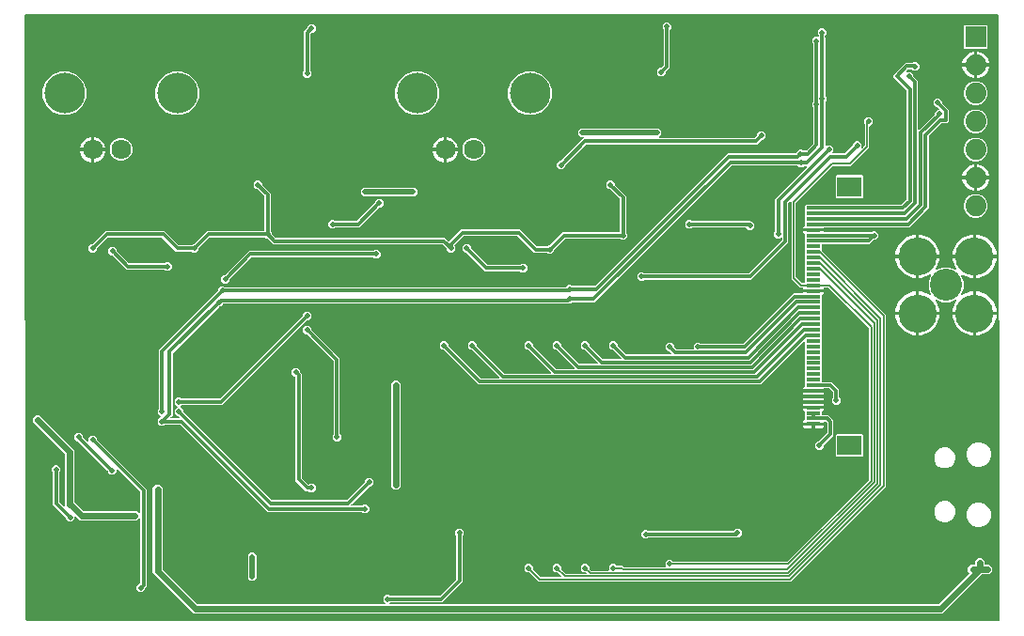
<source format=gbr>
G04 EAGLE Gerber RS-274X export*
G75*
%MOMM*%
%FSLAX34Y34*%
%LPD*%
%INBottom Copper*%
%IPPOS*%
%AMOC8*
5,1,8,0,0,1.08239X$1,22.5*%
G01*
G04 Define Apertures*
%ADD10C,1.782000*%
%ADD11C,3.657600*%
%ADD12R,1.300000X0.300000*%
%ADD13R,2.200000X1.800000*%
%ADD14R,1.890000X1.890000*%
%ADD15C,1.890000*%
%ADD16C,2.880000*%
%ADD17C,3.420000*%
%ADD18C,0.502400*%
%ADD19C,0.304800*%
%ADD20C,0.508000*%
%ADD21C,0.152400*%
%ADD22C,0.609600*%
G36*
X879979Y451640D02*
X879682Y451580D01*
X4026Y451580D01*
X3753Y451631D01*
X3497Y451793D01*
X3325Y452043D01*
X3264Y452340D01*
X2006Y997236D01*
X2058Y997513D01*
X2221Y997768D01*
X2471Y997940D01*
X2768Y998000D01*
X878424Y998000D01*
X878697Y997949D01*
X878953Y997787D01*
X879125Y997537D01*
X879186Y997240D01*
X880444Y452344D01*
X880392Y452067D01*
X880229Y451812D01*
X879979Y451640D01*
G37*
%LPC*%
G36*
X573743Y942368D02*
X576877Y942368D01*
X579092Y944583D01*
X579092Y945665D01*
X579148Y945951D01*
X579315Y946204D01*
X583184Y950073D01*
X583184Y984146D01*
X583240Y984432D01*
X583407Y984685D01*
X584172Y985449D01*
X584172Y988583D01*
X581957Y990798D01*
X578823Y990798D01*
X576608Y988583D01*
X576608Y985449D01*
X577373Y984685D01*
X577536Y984443D01*
X577596Y984146D01*
X577596Y952703D01*
X577540Y952417D01*
X577373Y952164D01*
X575364Y950155D01*
X575122Y949992D01*
X574825Y949932D01*
X573743Y949932D01*
X571528Y947717D01*
X571528Y944583D01*
X573743Y942368D01*
G37*
G36*
X254973Y941098D02*
X258107Y941098D01*
X260322Y943313D01*
X260322Y946447D01*
X259557Y947211D01*
X259394Y947453D01*
X259334Y947750D01*
X259334Y980237D01*
X259390Y980523D01*
X259557Y980776D01*
X260296Y981515D01*
X260538Y981678D01*
X260835Y981738D01*
X261917Y981738D01*
X264132Y983953D01*
X264132Y987087D01*
X261917Y989302D01*
X258783Y989302D01*
X256568Y987087D01*
X256568Y986005D01*
X256512Y985719D01*
X256345Y985466D01*
X253746Y982867D01*
X253746Y947750D01*
X253690Y947464D01*
X253523Y947211D01*
X252758Y946447D01*
X252758Y943313D01*
X254973Y941098D01*
G37*
G36*
X848544Y967180D02*
X868496Y967180D01*
X869240Y967924D01*
X869240Y987876D01*
X868496Y988620D01*
X848544Y988620D01*
X847800Y987876D01*
X847800Y967924D01*
X848544Y967180D01*
G37*
G36*
X465271Y486946D02*
X692396Y486946D01*
X777748Y572298D01*
X777748Y727553D01*
X720403Y784898D01*
X720240Y785140D01*
X720180Y785437D01*
X720180Y785996D01*
X720087Y786132D01*
X720022Y786428D01*
X720077Y786726D01*
X720180Y786881D01*
X720180Y790384D01*
X720231Y790659D01*
X720395Y790914D01*
X720645Y791086D01*
X720942Y791146D01*
X763127Y791146D01*
X766806Y794825D01*
X767048Y794988D01*
X767345Y795048D01*
X768647Y795048D01*
X770862Y797263D01*
X770862Y800397D01*
X768647Y802612D01*
X765513Y802612D01*
X764859Y801957D01*
X764617Y801794D01*
X764320Y801734D01*
X722212Y801734D01*
X721937Y801785D01*
X721682Y801949D01*
X721510Y802199D01*
X721461Y802440D01*
X703370Y802440D01*
X703370Y801388D01*
X704417Y800341D01*
X704580Y800100D01*
X704640Y799802D01*
X704640Y796884D01*
X704733Y796748D01*
X704798Y796452D01*
X704743Y796154D01*
X704640Y795999D01*
X704640Y791884D01*
X704733Y791748D01*
X704798Y791452D01*
X704743Y791154D01*
X704640Y790999D01*
X704640Y786884D01*
X704733Y786748D01*
X704798Y786452D01*
X704743Y786154D01*
X704640Y785999D01*
X704640Y781884D01*
X704733Y781748D01*
X704798Y781452D01*
X704743Y781154D01*
X704640Y780999D01*
X704640Y776884D01*
X704733Y776748D01*
X704798Y776452D01*
X704743Y776154D01*
X704640Y775999D01*
X704640Y771884D01*
X704733Y771748D01*
X704798Y771452D01*
X704743Y771154D01*
X704640Y770999D01*
X704640Y766884D01*
X704733Y766748D01*
X704798Y766452D01*
X704743Y766154D01*
X704640Y765999D01*
X704640Y761884D01*
X704733Y761748D01*
X704798Y761452D01*
X704743Y761154D01*
X704640Y760999D01*
X704640Y756734D01*
X704589Y756459D01*
X704425Y756204D01*
X704175Y756032D01*
X703878Y755972D01*
X702637Y755972D01*
X702351Y756028D01*
X702099Y756195D01*
X696945Y761349D01*
X696782Y761590D01*
X696722Y761887D01*
X696722Y828153D01*
X696778Y828439D01*
X696945Y828692D01*
X729599Y861345D01*
X729840Y861508D01*
X730137Y861568D01*
X746332Y861568D01*
X762762Y877998D01*
X762762Y897156D01*
X762813Y897431D01*
X762977Y897686D01*
X763227Y897858D01*
X763524Y897918D01*
X763567Y897918D01*
X765782Y900133D01*
X765782Y903267D01*
X763567Y905482D01*
X760433Y905482D01*
X758218Y903267D01*
X758218Y900133D01*
X758475Y899877D01*
X758638Y899635D01*
X758698Y899338D01*
X758698Y879997D01*
X758642Y879711D01*
X758475Y879459D01*
X756923Y877907D01*
X756703Y877754D01*
X756408Y877684D01*
X756109Y877735D01*
X755854Y877898D01*
X755682Y878148D01*
X755622Y878445D01*
X755622Y881677D01*
X753407Y883892D01*
X750273Y883892D01*
X748058Y881677D01*
X748058Y880595D01*
X748002Y880309D01*
X747835Y880056D01*
X740746Y872967D01*
X740504Y872804D01*
X740207Y872744D01*
X730072Y872744D01*
X729809Y872791D01*
X729551Y872950D01*
X729375Y873198D01*
X729310Y873494D01*
X729366Y873792D01*
X729533Y874045D01*
X730222Y874733D01*
X730222Y877867D01*
X728007Y880082D01*
X724873Y880082D01*
X724411Y879619D01*
X724191Y879466D01*
X723896Y879397D01*
X723597Y879447D01*
X723342Y879611D01*
X723170Y879861D01*
X723110Y880158D01*
X723110Y919296D01*
X723166Y919582D01*
X723333Y919835D01*
X724098Y920599D01*
X724098Y923733D01*
X723333Y924497D01*
X723170Y924739D01*
X723110Y925036D01*
X723110Y977445D01*
X723107Y977448D01*
X722944Y977690D01*
X722884Y977987D01*
X722884Y978840D01*
X722940Y979126D01*
X723107Y979379D01*
X723872Y980143D01*
X723872Y983277D01*
X721657Y985492D01*
X718523Y985492D01*
X716308Y983277D01*
X716308Y980143D01*
X717073Y979379D01*
X717236Y979137D01*
X717296Y978840D01*
X717296Y978634D01*
X717245Y978359D01*
X717081Y978104D01*
X716831Y977932D01*
X716534Y977872D01*
X713443Y977872D01*
X711228Y975657D01*
X711228Y972523D01*
X711993Y971759D01*
X712156Y971517D01*
X712216Y971220D01*
X712216Y919810D01*
X712160Y919524D01*
X711993Y919271D01*
X711228Y918507D01*
X711228Y915373D01*
X711993Y914609D01*
X712156Y914367D01*
X712216Y914070D01*
X712216Y882058D01*
X712160Y881772D01*
X711993Y881520D01*
X706154Y875681D01*
X705913Y875518D01*
X705616Y875458D01*
X703736Y875458D01*
X703450Y875514D01*
X703197Y875681D01*
X702433Y876446D01*
X699299Y876446D01*
X697084Y874231D01*
X697084Y873680D01*
X697033Y873405D01*
X696869Y873150D01*
X696619Y872978D01*
X696322Y872918D01*
X635287Y872918D01*
X515956Y753587D01*
X515714Y753424D01*
X515417Y753364D01*
X495630Y753364D01*
X495344Y753420D01*
X495091Y753587D01*
X494327Y754352D01*
X491193Y754352D01*
X489159Y752317D01*
X488917Y752154D01*
X488620Y752094D01*
X183210Y752094D01*
X182924Y752150D01*
X182671Y752317D01*
X181907Y753082D01*
X178773Y753082D01*
X176558Y750867D01*
X176558Y749785D01*
X176502Y749499D01*
X176335Y749246D01*
X122936Y695847D01*
X122936Y642950D01*
X122880Y642664D01*
X122713Y642411D01*
X121948Y641647D01*
X121948Y638513D01*
X124288Y636174D01*
X124446Y635943D01*
X124511Y635647D01*
X124455Y635349D01*
X124288Y635096D01*
X121948Y632757D01*
X121948Y629623D01*
X124163Y627408D01*
X127297Y627408D01*
X128061Y628173D01*
X128303Y628336D01*
X128600Y628396D01*
X142037Y628396D01*
X142323Y628340D01*
X142576Y628173D01*
X221093Y549656D01*
X305740Y549656D01*
X306026Y549600D01*
X306279Y549433D01*
X307043Y548668D01*
X310177Y548668D01*
X312392Y550883D01*
X312392Y554017D01*
X310177Y556232D01*
X307043Y556232D01*
X306279Y555467D01*
X306037Y555304D01*
X305740Y555244D01*
X296875Y555244D01*
X296612Y555291D01*
X296354Y555450D01*
X296178Y555698D01*
X296113Y555994D01*
X296169Y556292D01*
X296336Y556545D01*
X312366Y572575D01*
X312608Y572738D01*
X312905Y572798D01*
X313987Y572798D01*
X316202Y575013D01*
X316202Y578147D01*
X313987Y580362D01*
X310853Y580362D01*
X308638Y578147D01*
X308638Y577065D01*
X308582Y576779D01*
X308415Y576526D01*
X292436Y560547D01*
X292194Y560384D01*
X291897Y560324D01*
X224993Y560324D01*
X224707Y560380D01*
X224454Y560547D01*
X144975Y640026D01*
X144812Y640268D01*
X144752Y640565D01*
X144752Y641647D01*
X142412Y643986D01*
X142254Y644217D01*
X142189Y644513D01*
X142245Y644811D01*
X142412Y645064D01*
X143301Y645953D01*
X143543Y646116D01*
X143840Y646176D01*
X180227Y646176D01*
X256486Y722435D01*
X256728Y722598D01*
X257025Y722658D01*
X258107Y722658D01*
X260322Y724873D01*
X260322Y728007D01*
X258107Y730222D01*
X254973Y730222D01*
X252758Y728007D01*
X252758Y726925D01*
X252702Y726639D01*
X252535Y726386D01*
X178136Y651987D01*
X177894Y651824D01*
X177597Y651764D01*
X143840Y651764D01*
X143554Y651820D01*
X143301Y651987D01*
X142537Y652752D01*
X139403Y652752D01*
X137188Y650537D01*
X137188Y647403D01*
X139528Y645064D01*
X139686Y644833D01*
X139751Y644537D01*
X139695Y644239D01*
X139528Y643986D01*
X137188Y641647D01*
X137188Y638513D01*
X139403Y636298D01*
X140485Y636298D01*
X140771Y636242D01*
X141024Y636075D01*
X141814Y635285D01*
X141967Y635065D01*
X142037Y634770D01*
X141986Y634471D01*
X141822Y634216D01*
X141572Y634044D01*
X141275Y633984D01*
X134315Y633984D01*
X134052Y634031D01*
X133794Y634190D01*
X133618Y634438D01*
X133553Y634734D01*
X133609Y635032D01*
X133776Y635285D01*
X135451Y636960D01*
X135451Y692640D01*
X135507Y692926D01*
X135674Y693179D01*
X177053Y734558D01*
X177295Y734721D01*
X177592Y734781D01*
X178674Y734781D01*
X180922Y737029D01*
X180940Y737129D01*
X181104Y737384D01*
X181354Y737556D01*
X181651Y737616D01*
X492647Y737616D01*
X492706Y737675D01*
X492948Y737838D01*
X493245Y737898D01*
X494327Y737898D01*
X495091Y738663D01*
X495333Y738826D01*
X495630Y738886D01*
X515507Y738886D01*
X638474Y861853D01*
X638716Y862016D01*
X639013Y862076D01*
X697819Y862076D01*
X698105Y862020D01*
X698358Y861853D01*
X699699Y860511D01*
X702833Y860511D01*
X703597Y861276D01*
X703839Y861439D01*
X704136Y861499D01*
X705848Y861499D01*
X706111Y861452D01*
X706369Y861293D01*
X706545Y861045D01*
X706610Y860749D01*
X706554Y860451D01*
X706387Y860198D01*
X677926Y831737D01*
X677926Y802970D01*
X677870Y802684D01*
X677703Y802431D01*
X676938Y801667D01*
X676938Y798533D01*
X679153Y796318D01*
X682287Y796318D01*
X682975Y797007D01*
X683195Y797160D01*
X683490Y797229D01*
X683789Y797179D01*
X684044Y797015D01*
X684216Y796765D01*
X684276Y796468D01*
X684276Y795223D01*
X684220Y794937D01*
X684053Y794684D01*
X654386Y765017D01*
X654144Y764854D01*
X653847Y764794D01*
X560400Y764794D01*
X560114Y764850D01*
X559861Y765017D01*
X559097Y765782D01*
X555963Y765782D01*
X553748Y763567D01*
X553748Y760433D01*
X555963Y758218D01*
X559097Y758218D01*
X559861Y758983D01*
X560103Y759146D01*
X560400Y759206D01*
X656477Y759206D01*
X689864Y792593D01*
X689864Y827837D01*
X689920Y828123D01*
X690087Y828376D01*
X691357Y829646D01*
X691577Y829799D01*
X691872Y829869D01*
X692171Y829818D01*
X692426Y829654D01*
X692598Y829404D01*
X692658Y829107D01*
X692658Y759888D01*
X700638Y751908D01*
X702608Y751908D01*
X702883Y751857D01*
X703138Y751693D01*
X703310Y751443D01*
X703370Y751146D01*
X703370Y750440D01*
X721450Y750440D01*
X721450Y751146D01*
X721501Y751421D01*
X721665Y751676D01*
X721915Y751848D01*
X722212Y751908D01*
X725723Y751908D01*
X726009Y751852D01*
X726262Y751685D01*
X762285Y715662D01*
X762448Y715420D01*
X762508Y715123D01*
X762508Y579007D01*
X762452Y578721D01*
X762285Y578469D01*
X688766Y504949D01*
X688524Y504786D01*
X688227Y504726D01*
X586562Y504726D01*
X586276Y504782D01*
X586023Y504949D01*
X584497Y506476D01*
X581363Y506476D01*
X579148Y504261D01*
X579148Y501108D01*
X579256Y500953D01*
X579325Y500658D01*
X579275Y500359D01*
X579111Y500104D01*
X578861Y499932D01*
X578564Y499872D01*
X542177Y499872D01*
X541891Y499928D01*
X541639Y500095D01*
X540592Y501142D01*
X535812Y501142D01*
X535526Y501198D01*
X535273Y501365D01*
X533747Y502892D01*
X530613Y502892D01*
X528398Y500677D01*
X528398Y497360D01*
X528347Y497085D01*
X528183Y496830D01*
X527933Y496658D01*
X527636Y496598D01*
X512481Y496598D01*
X512195Y496654D01*
X511943Y496821D01*
X510785Y497979D01*
X510622Y498220D01*
X510562Y498517D01*
X510562Y500677D01*
X508347Y502892D01*
X505213Y502892D01*
X502998Y500677D01*
X502998Y497543D01*
X505213Y495328D01*
X507373Y495328D01*
X507659Y495272D01*
X507912Y495105D01*
X507912Y495105D01*
X508065Y494885D01*
X508134Y494590D01*
X508084Y494291D01*
X507920Y494036D01*
X507670Y493864D01*
X507373Y493804D01*
X489875Y493804D01*
X489589Y493860D01*
X489337Y494027D01*
X485385Y497979D01*
X485222Y498220D01*
X485162Y498517D01*
X485162Y500677D01*
X482947Y502892D01*
X479813Y502892D01*
X477598Y500677D01*
X477598Y497543D01*
X479813Y495328D01*
X481973Y495328D01*
X482259Y495272D01*
X482512Y495105D01*
X485306Y492311D01*
X485459Y492091D01*
X485529Y491796D01*
X485478Y491497D01*
X485314Y491242D01*
X485064Y491070D01*
X484767Y491010D01*
X467270Y491010D01*
X466984Y491065D01*
X466731Y491233D01*
X459985Y497979D01*
X459822Y498220D01*
X459762Y498517D01*
X459762Y500677D01*
X457547Y502892D01*
X454413Y502892D01*
X452198Y500677D01*
X452198Y497543D01*
X454413Y495328D01*
X456573Y495328D01*
X456859Y495272D01*
X457112Y495105D01*
X465271Y486946D01*
G37*
G36*
X860044Y954024D02*
X870510Y954024D01*
X870510Y954885D01*
X868685Y959292D01*
X865312Y962665D01*
X860905Y964490D01*
X860044Y964490D01*
X860044Y954024D01*
G37*
G36*
X846530Y954024D02*
X856996Y954024D01*
X856996Y964490D01*
X856135Y964490D01*
X851728Y962665D01*
X848355Y959292D01*
X846530Y954885D01*
X846530Y954024D01*
G37*
G36*
X703370Y805440D02*
X721460Y805440D01*
X721501Y805659D01*
X721665Y805914D01*
X721915Y806086D01*
X722212Y806146D01*
X798789Y806146D01*
X816171Y823528D01*
X816171Y888104D01*
X816227Y888390D01*
X816394Y888643D01*
X827704Y899953D01*
X827946Y900116D01*
X828243Y900176D01*
X833007Y900176D01*
X834644Y901813D01*
X834644Y911973D01*
X828235Y918382D01*
X828072Y918624D01*
X828012Y918921D01*
X828012Y920003D01*
X825797Y922218D01*
X822663Y922218D01*
X820448Y920003D01*
X820448Y916869D01*
X822663Y914654D01*
X823745Y914654D01*
X824031Y914598D01*
X824284Y914431D01*
X825356Y913359D01*
X825509Y913139D01*
X825579Y912844D01*
X825528Y912545D01*
X825364Y912290D01*
X825114Y912118D01*
X824817Y912058D01*
X823933Y912058D01*
X821718Y909843D01*
X821718Y908535D01*
X821662Y908249D01*
X821495Y907996D01*
X807757Y894258D01*
X807537Y894105D01*
X807242Y894035D01*
X806943Y894086D01*
X806688Y894250D01*
X806516Y894500D01*
X806456Y894797D01*
X806456Y938282D01*
X802452Y942286D01*
X802289Y942528D01*
X802229Y942825D01*
X802229Y943907D01*
X800014Y946122D01*
X796973Y946122D01*
X796710Y946169D01*
X796452Y946328D01*
X796276Y946576D01*
X796211Y946872D01*
X796267Y947170D01*
X796434Y947423D01*
X797450Y948439D01*
X797692Y948602D01*
X797989Y948662D01*
X800814Y948662D01*
X801100Y948606D01*
X801353Y948439D01*
X802343Y947448D01*
X805477Y947448D01*
X807692Y949663D01*
X807692Y952797D01*
X805477Y955012D01*
X802343Y955012D01*
X801805Y954473D01*
X801563Y954310D01*
X801266Y954250D01*
X795359Y954250D01*
X784606Y943497D01*
X784606Y941183D01*
X796327Y929462D01*
X796490Y929220D01*
X796550Y928923D01*
X796550Y831716D01*
X796494Y831430D01*
X796327Y831177D01*
X792107Y826957D01*
X791866Y826794D01*
X791568Y826734D01*
X711031Y826734D01*
X710913Y826710D01*
X705384Y826710D01*
X704640Y825966D01*
X704640Y821884D01*
X704733Y821748D01*
X704798Y821452D01*
X704743Y821154D01*
X704640Y820999D01*
X704640Y816884D01*
X704733Y816748D01*
X704798Y816452D01*
X704743Y816154D01*
X704640Y815999D01*
X704640Y811884D01*
X704733Y811748D01*
X704798Y811452D01*
X704743Y811154D01*
X704640Y810999D01*
X704640Y808078D01*
X704584Y807792D01*
X704417Y807539D01*
X703370Y806492D01*
X703370Y805440D01*
G37*
G36*
X856135Y940510D02*
X856996Y940510D01*
X856996Y950976D01*
X846530Y950976D01*
X846530Y950115D01*
X848355Y945708D01*
X851728Y942335D01*
X856135Y940510D01*
G37*
G36*
X860044Y940510D02*
X860905Y940510D01*
X865312Y942335D01*
X868685Y945708D01*
X870510Y950115D01*
X870510Y950976D01*
X860044Y950976D01*
X860044Y940510D01*
G37*
G36*
X453310Y907542D02*
X461090Y907542D01*
X468279Y910520D01*
X473780Y916021D01*
X476758Y923210D01*
X476758Y930990D01*
X473780Y938179D01*
X468279Y943680D01*
X461090Y946658D01*
X453310Y946658D01*
X446121Y943680D01*
X440620Y938179D01*
X437642Y930990D01*
X437642Y923210D01*
X440620Y916021D01*
X446121Y910520D01*
X453310Y907542D01*
G37*
G36*
X351710Y907542D02*
X359490Y907542D01*
X366679Y910520D01*
X372180Y916021D01*
X375158Y923210D01*
X375158Y930990D01*
X372180Y938179D01*
X366679Y943680D01*
X359490Y946658D01*
X351710Y946658D01*
X344521Y943680D01*
X339020Y938179D01*
X336042Y930990D01*
X336042Y923210D01*
X339020Y916021D01*
X344521Y910520D01*
X351710Y907542D01*
G37*
G36*
X135810Y907542D02*
X143590Y907542D01*
X150779Y910520D01*
X156280Y916021D01*
X159258Y923210D01*
X159258Y930990D01*
X156280Y938179D01*
X150779Y943680D01*
X143590Y946658D01*
X135810Y946658D01*
X128621Y943680D01*
X123120Y938179D01*
X120142Y930990D01*
X120142Y923210D01*
X123120Y916021D01*
X128621Y910520D01*
X135810Y907542D01*
G37*
G36*
X34210Y907542D02*
X41990Y907542D01*
X49179Y910520D01*
X54680Y916021D01*
X57658Y923210D01*
X57658Y930990D01*
X54680Y938179D01*
X49179Y943680D01*
X41990Y946658D01*
X34210Y946658D01*
X27021Y943680D01*
X21520Y938179D01*
X18542Y930990D01*
X18542Y923210D01*
X21520Y916021D01*
X27021Y910520D01*
X34210Y907542D01*
G37*
G36*
X856388Y916380D02*
X860652Y916380D01*
X864592Y918012D01*
X867608Y921028D01*
X869240Y924968D01*
X869240Y929232D01*
X867608Y933172D01*
X864592Y936188D01*
X860652Y937820D01*
X856388Y937820D01*
X852448Y936188D01*
X849432Y933172D01*
X847800Y929232D01*
X847800Y924968D01*
X849432Y921028D01*
X852448Y918012D01*
X856388Y916380D01*
G37*
G36*
X856388Y890980D02*
X860652Y890980D01*
X864592Y892612D01*
X867608Y895628D01*
X869240Y899568D01*
X869240Y903832D01*
X867608Y907772D01*
X864592Y910788D01*
X860652Y912420D01*
X856388Y912420D01*
X852448Y910788D01*
X849432Y907772D01*
X847800Y903832D01*
X847800Y899568D01*
X849432Y895628D01*
X852448Y892612D01*
X856388Y890980D01*
G37*
G36*
X483573Y858548D02*
X486707Y858548D01*
X488922Y860763D01*
X488922Y861845D01*
X488978Y862131D01*
X489145Y862384D01*
X507664Y880903D01*
X507906Y881066D01*
X508203Y881126D01*
X661557Y881126D01*
X665426Y884995D01*
X665668Y885158D01*
X665965Y885218D01*
X667047Y885218D01*
X669262Y887433D01*
X669262Y890567D01*
X667047Y892782D01*
X663913Y892782D01*
X661698Y890567D01*
X661698Y889485D01*
X661642Y889199D01*
X661475Y888946D01*
X659466Y886937D01*
X659224Y886774D01*
X658927Y886714D01*
X573902Y886714D01*
X573638Y886761D01*
X573380Y886920D01*
X573205Y887168D01*
X573140Y887464D01*
X573195Y887762D01*
X573363Y888015D01*
X575310Y889962D01*
X575310Y893118D01*
X573078Y895350D01*
X502612Y895350D01*
X500380Y893118D01*
X500380Y889962D01*
X502612Y887730D01*
X504749Y887730D01*
X505012Y887683D01*
X505270Y887524D01*
X505446Y887276D01*
X505511Y886980D01*
X505455Y886682D01*
X505288Y886429D01*
X485194Y866335D01*
X484952Y866172D01*
X484655Y866112D01*
X483573Y866112D01*
X481358Y863897D01*
X481358Y860763D01*
X483573Y858548D01*
G37*
G36*
X52050Y877824D02*
X61976Y877824D01*
X61976Y887750D01*
X61222Y887750D01*
X57014Y886007D01*
X53793Y882786D01*
X52050Y878578D01*
X52050Y877824D01*
G37*
G36*
X369550Y877824D02*
X379476Y877824D01*
X379476Y887750D01*
X378722Y887750D01*
X374514Y886007D01*
X371293Y882786D01*
X369550Y878578D01*
X369550Y877824D01*
G37*
G36*
X382524Y877824D02*
X392450Y877824D01*
X392450Y878578D01*
X390707Y882786D01*
X387486Y886007D01*
X383278Y887750D01*
X382524Y887750D01*
X382524Y877824D01*
G37*
G36*
X65024Y877824D02*
X74950Y877824D01*
X74950Y878578D01*
X73207Y882786D01*
X69986Y886007D01*
X65778Y887750D01*
X65024Y887750D01*
X65024Y877824D01*
G37*
G36*
X856388Y865580D02*
X860652Y865580D01*
X864592Y867212D01*
X867608Y870228D01*
X869240Y874168D01*
X869240Y878432D01*
X867608Y882372D01*
X864592Y885388D01*
X860652Y887020D01*
X856388Y887020D01*
X852448Y885388D01*
X849432Y882372D01*
X847800Y878432D01*
X847800Y874168D01*
X849432Y870228D01*
X852448Y867212D01*
X856388Y865580D01*
G37*
G36*
X86875Y866120D02*
X90925Y866120D01*
X94667Y867670D01*
X97530Y870533D01*
X99080Y874275D01*
X99080Y878325D01*
X97530Y882067D01*
X94667Y884930D01*
X90925Y886480D01*
X86875Y886480D01*
X83133Y884930D01*
X80270Y882067D01*
X78720Y878325D01*
X78720Y874275D01*
X80270Y870533D01*
X83133Y867670D01*
X86875Y866120D01*
G37*
G36*
X404375Y866120D02*
X408425Y866120D01*
X412167Y867670D01*
X415030Y870533D01*
X416580Y874275D01*
X416580Y878325D01*
X415030Y882067D01*
X412167Y884930D01*
X408425Y886480D01*
X404375Y886480D01*
X400633Y884930D01*
X397770Y882067D01*
X396220Y878325D01*
X396220Y874275D01*
X397770Y870533D01*
X400633Y867670D01*
X404375Y866120D01*
G37*
G36*
X61222Y864850D02*
X61976Y864850D01*
X61976Y874776D01*
X52050Y874776D01*
X52050Y874022D01*
X53793Y869814D01*
X57014Y866593D01*
X61222Y864850D01*
G37*
G36*
X65024Y864850D02*
X65778Y864850D01*
X69986Y866593D01*
X73207Y869814D01*
X74950Y874022D01*
X74950Y874776D01*
X65024Y874776D01*
X65024Y864850D01*
G37*
G36*
X378722Y864850D02*
X379476Y864850D01*
X379476Y874776D01*
X369550Y874776D01*
X369550Y874022D01*
X371293Y869814D01*
X374514Y866593D01*
X378722Y864850D01*
G37*
G36*
X382524Y864850D02*
X383278Y864850D01*
X387486Y866593D01*
X390707Y869814D01*
X392450Y874022D01*
X392450Y874776D01*
X382524Y874776D01*
X382524Y864850D01*
G37*
G36*
X860044Y852424D02*
X870510Y852424D01*
X870510Y853285D01*
X868685Y857692D01*
X865312Y861065D01*
X860905Y862890D01*
X860044Y862890D01*
X860044Y852424D01*
G37*
G36*
X846530Y852424D02*
X856996Y852424D01*
X856996Y862890D01*
X856135Y862890D01*
X851728Y861065D01*
X848355Y857692D01*
X846530Y853285D01*
X846530Y852424D01*
G37*
G36*
X733384Y832670D02*
X756436Y832670D01*
X757180Y833414D01*
X757180Y852466D01*
X756436Y853210D01*
X733384Y853210D01*
X732640Y852466D01*
X732640Y833414D01*
X733384Y832670D01*
G37*
G36*
X860044Y838910D02*
X860905Y838910D01*
X865312Y840735D01*
X868685Y844108D01*
X870510Y848515D01*
X870510Y849376D01*
X860044Y849376D01*
X860044Y838910D01*
G37*
G36*
X856135Y838910D02*
X856996Y838910D01*
X856996Y849376D01*
X846530Y849376D01*
X846530Y848515D01*
X848355Y844108D01*
X851728Y840735D01*
X856135Y838910D01*
G37*
G36*
X473413Y782348D02*
X476547Y782348D01*
X478762Y784563D01*
X478762Y785645D01*
X478818Y785931D01*
X478985Y786184D01*
X488614Y795813D01*
X488856Y795976D01*
X489153Y796036D01*
X538150Y796036D01*
X538436Y795980D01*
X538689Y795813D01*
X539453Y795048D01*
X542587Y795048D01*
X544802Y797263D01*
X544802Y800397D01*
X544037Y801161D01*
X543874Y801403D01*
X543814Y801700D01*
X543814Y834277D01*
X533595Y844496D01*
X533432Y844738D01*
X533372Y845035D01*
X533372Y846117D01*
X531157Y848332D01*
X528023Y848332D01*
X525808Y846117D01*
X525808Y842983D01*
X528023Y840768D01*
X529105Y840768D01*
X529391Y840712D01*
X529644Y840545D01*
X538003Y832186D01*
X538166Y831944D01*
X538226Y831647D01*
X538226Y802386D01*
X538175Y802111D01*
X538011Y801856D01*
X537761Y801684D01*
X537464Y801624D01*
X486523Y801624D01*
X475034Y790135D01*
X474792Y789972D01*
X474495Y789912D01*
X473413Y789912D01*
X472649Y789147D01*
X472407Y788984D01*
X472110Y788924D01*
X463753Y788924D01*
X463467Y788980D01*
X463214Y789147D01*
X448197Y804164D01*
X395083Y804164D01*
X384714Y793795D01*
X384483Y793637D01*
X384187Y793572D01*
X383889Y793628D01*
X383636Y793795D01*
X380887Y796544D01*
X228803Y796544D01*
X228517Y796600D01*
X228264Y796767D01*
X224985Y800046D01*
X224822Y800288D01*
X224762Y800585D01*
X224762Y801667D01*
X223997Y802431D01*
X223834Y802673D01*
X223774Y802970D01*
X223774Y836817D01*
X216095Y844496D01*
X215932Y844738D01*
X215872Y845035D01*
X215872Y846117D01*
X213657Y848332D01*
X210523Y848332D01*
X208308Y846117D01*
X208308Y842983D01*
X210523Y840768D01*
X211605Y840768D01*
X211891Y840712D01*
X212144Y840545D01*
X217963Y834726D01*
X218126Y834484D01*
X218186Y834187D01*
X218186Y803656D01*
X218135Y803381D01*
X217971Y803126D01*
X217721Y802954D01*
X217424Y802894D01*
X166483Y802894D01*
X154994Y791405D01*
X154752Y791242D01*
X154455Y791182D01*
X153373Y791182D01*
X152609Y790417D01*
X152367Y790254D01*
X152070Y790194D01*
X141173Y790194D01*
X140887Y790250D01*
X140634Y790417D01*
X128157Y802894D01*
X75043Y802894D01*
X63554Y791405D01*
X63312Y791242D01*
X63015Y791182D01*
X61933Y791182D01*
X59718Y788967D01*
X59718Y785833D01*
X61933Y783618D01*
X65067Y783618D01*
X67282Y785833D01*
X67282Y786915D01*
X67338Y787201D01*
X67505Y787454D01*
X77134Y797083D01*
X77376Y797246D01*
X77673Y797306D01*
X125527Y797306D01*
X125813Y797250D01*
X126066Y797083D01*
X138543Y784606D01*
X152070Y784606D01*
X152356Y784550D01*
X152609Y784383D01*
X153373Y783618D01*
X156507Y783618D01*
X158722Y785833D01*
X158722Y786915D01*
X158778Y787201D01*
X158945Y787454D01*
X168574Y797083D01*
X168816Y797246D01*
X169113Y797306D01*
X218110Y797306D01*
X218396Y797250D01*
X218649Y797083D01*
X219413Y796318D01*
X220495Y796318D01*
X220781Y796262D01*
X221034Y796095D01*
X226173Y790956D01*
X378257Y790956D01*
X378543Y790900D01*
X378796Y790733D01*
X382075Y787454D01*
X382238Y787212D01*
X382298Y786915D01*
X382298Y785833D01*
X384513Y783618D01*
X387647Y783618D01*
X389862Y785833D01*
X389862Y788967D01*
X389364Y789465D01*
X389206Y789695D01*
X389141Y789991D01*
X389196Y790290D01*
X389364Y790542D01*
X397174Y798353D01*
X397416Y798516D01*
X397713Y798576D01*
X445567Y798576D01*
X445853Y798520D01*
X446106Y798353D01*
X461123Y783336D01*
X472110Y783336D01*
X472396Y783280D01*
X472649Y783113D01*
X473413Y782348D01*
G37*
G36*
X307032Y834390D02*
X353368Y834390D01*
X355600Y836622D01*
X355600Y839778D01*
X353368Y842010D01*
X307032Y842010D01*
X304800Y839778D01*
X304800Y836622D01*
X307032Y834390D01*
G37*
G36*
X856388Y814780D02*
X860652Y814780D01*
X864592Y816412D01*
X867608Y819428D01*
X869240Y823368D01*
X869240Y827632D01*
X867608Y831572D01*
X864592Y834588D01*
X860652Y836220D01*
X856388Y836220D01*
X852448Y834588D01*
X849432Y831572D01*
X847800Y827632D01*
X847800Y823368D01*
X849432Y819428D01*
X852448Y816412D01*
X856388Y814780D01*
G37*
G36*
X277833Y805208D02*
X280967Y805208D01*
X281731Y805973D01*
X281973Y806136D01*
X282270Y806196D01*
X303417Y806196D01*
X321256Y824035D01*
X321498Y824198D01*
X321795Y824258D01*
X322877Y824258D01*
X325092Y826473D01*
X325092Y829607D01*
X322877Y831822D01*
X319743Y831822D01*
X317528Y829607D01*
X317528Y828525D01*
X317472Y828239D01*
X317305Y827986D01*
X301326Y812007D01*
X301084Y811844D01*
X300787Y811784D01*
X282270Y811784D01*
X281984Y811840D01*
X281731Y812007D01*
X280967Y812772D01*
X277833Y812772D01*
X275618Y810557D01*
X275618Y807423D01*
X277833Y805208D01*
G37*
G36*
X653753Y803938D02*
X656887Y803938D01*
X659102Y806153D01*
X659102Y809287D01*
X656887Y811502D01*
X655805Y811502D01*
X655519Y811558D01*
X655266Y811725D01*
X655207Y811784D01*
X603580Y811784D01*
X603294Y811840D01*
X603041Y812007D01*
X602277Y812772D01*
X599143Y812772D01*
X596928Y810557D01*
X596928Y807423D01*
X599143Y805208D01*
X602277Y805208D01*
X603041Y805973D01*
X603283Y806136D01*
X603580Y806196D01*
X651180Y806196D01*
X651466Y806140D01*
X651719Y805973D01*
X653753Y803938D01*
G37*
G36*
X786460Y781654D02*
X804576Y781654D01*
X804576Y799770D01*
X802193Y799770D01*
X794975Y796780D01*
X789450Y791255D01*
X786460Y784037D01*
X786460Y781654D01*
G37*
G36*
X837960Y781654D02*
X856076Y781654D01*
X856076Y799770D01*
X853693Y799770D01*
X846475Y796780D01*
X840950Y791255D01*
X837960Y784037D01*
X837960Y781654D01*
G37*
G36*
X859124Y781654D02*
X877240Y781654D01*
X877240Y784037D01*
X874250Y791255D01*
X868725Y796780D01*
X861507Y799770D01*
X859124Y799770D01*
X859124Y781654D01*
G37*
G36*
X807624Y781654D02*
X825740Y781654D01*
X825740Y784037D01*
X822750Y791255D01*
X817225Y796780D01*
X810007Y799770D01*
X807624Y799770D01*
X807624Y781654D01*
G37*
G36*
X449283Y765838D02*
X452417Y765838D01*
X454632Y768053D01*
X454632Y771187D01*
X452417Y773402D01*
X449283Y773402D01*
X448519Y772637D01*
X448277Y772474D01*
X447980Y772414D01*
X419303Y772414D01*
X419017Y772470D01*
X418764Y772637D01*
X404055Y787346D01*
X403892Y787588D01*
X403832Y787885D01*
X403832Y788967D01*
X401617Y791182D01*
X398483Y791182D01*
X396268Y788967D01*
X396268Y785833D01*
X398483Y783618D01*
X399565Y783618D01*
X399851Y783562D01*
X400104Y783395D01*
X416673Y766826D01*
X447980Y766826D01*
X448266Y766770D01*
X448519Y766603D01*
X449283Y765838D01*
G37*
G36*
X129243Y767108D02*
X132377Y767108D01*
X134592Y769323D01*
X134592Y772457D01*
X132377Y774672D01*
X129243Y774672D01*
X128479Y773907D01*
X128237Y773744D01*
X127940Y773684D01*
X96723Y773684D01*
X96437Y773740D01*
X96184Y773907D01*
X85285Y784806D01*
X85122Y785048D01*
X85062Y785345D01*
X85062Y786427D01*
X82847Y788642D01*
X79713Y788642D01*
X77498Y786427D01*
X77498Y783293D01*
X79713Y781078D01*
X80795Y781078D01*
X81081Y781022D01*
X81334Y780855D01*
X94093Y768096D01*
X127940Y768096D01*
X128226Y768040D01*
X128479Y767873D01*
X129243Y767108D01*
G37*
G36*
X181313Y755678D02*
X184447Y755678D01*
X186662Y757893D01*
X186662Y758975D01*
X186718Y759261D01*
X186885Y759514D01*
X206448Y779077D01*
X206690Y779240D01*
X206987Y779300D01*
X315900Y779300D01*
X316186Y779244D01*
X316439Y779077D01*
X317203Y778312D01*
X320337Y778312D01*
X322552Y780527D01*
X322552Y783661D01*
X320337Y785876D01*
X317203Y785876D01*
X316439Y785111D01*
X316197Y784948D01*
X315900Y784888D01*
X204357Y784888D01*
X182934Y763465D01*
X182692Y763302D01*
X182395Y763242D01*
X181313Y763242D01*
X179098Y761027D01*
X179098Y757893D01*
X181313Y755678D01*
G37*
G36*
X802193Y760490D02*
X804576Y760490D01*
X804576Y778606D01*
X786460Y778606D01*
X786460Y776223D01*
X789450Y769005D01*
X794975Y763480D01*
X802193Y760490D01*
G37*
G36*
X807624Y730154D02*
X825740Y730154D01*
X825740Y732537D01*
X822737Y739786D01*
X822680Y740047D01*
X822728Y740346D01*
X822890Y740603D01*
X823139Y740776D01*
X823435Y740839D01*
X823733Y740781D01*
X828733Y738710D01*
X834967Y738710D01*
X839967Y740781D01*
X840228Y740839D01*
X840528Y740790D01*
X840784Y740629D01*
X840958Y740380D01*
X841021Y740083D01*
X840963Y739786D01*
X837960Y732537D01*
X837960Y730154D01*
X856076Y730154D01*
X856076Y748270D01*
X853693Y748270D01*
X846445Y745267D01*
X846183Y745210D01*
X845884Y745258D01*
X845627Y745420D01*
X845454Y745669D01*
X845391Y745965D01*
X845449Y746263D01*
X847520Y751263D01*
X847520Y757497D01*
X845449Y762497D01*
X845392Y762758D01*
X845440Y763058D01*
X845601Y763314D01*
X845850Y763488D01*
X846147Y763551D01*
X846445Y763493D01*
X853693Y760490D01*
X856076Y760490D01*
X856076Y778606D01*
X837960Y778606D01*
X837960Y776223D01*
X840963Y768975D01*
X841020Y768713D01*
X840972Y768414D01*
X840810Y768157D01*
X840561Y767984D01*
X840265Y767921D01*
X839967Y767979D01*
X834967Y770050D01*
X828733Y770050D01*
X823733Y767979D01*
X823472Y767922D01*
X823172Y767970D01*
X822916Y768131D01*
X822742Y768380D01*
X822679Y768677D01*
X822737Y768975D01*
X825740Y776223D01*
X825740Y778606D01*
X807624Y778606D01*
X807624Y760490D01*
X810007Y760490D01*
X817256Y763493D01*
X817517Y763550D01*
X817816Y763502D01*
X818073Y763340D01*
X818246Y763091D01*
X818309Y762795D01*
X818251Y762497D01*
X816180Y757497D01*
X816180Y751263D01*
X818251Y746263D01*
X818309Y746002D01*
X818260Y745702D01*
X818099Y745446D01*
X817850Y745272D01*
X817553Y745209D01*
X817256Y745267D01*
X810007Y748270D01*
X807624Y748270D01*
X807624Y730154D01*
G37*
G36*
X859124Y760490D02*
X861507Y760490D01*
X868725Y763480D01*
X874250Y769005D01*
X877240Y776223D01*
X877240Y778606D01*
X859124Y778606D01*
X859124Y760490D01*
G37*
G36*
X859124Y730154D02*
X877240Y730154D01*
X877240Y732537D01*
X874250Y739755D01*
X868725Y745280D01*
X861507Y748270D01*
X859124Y748270D01*
X859124Y730154D01*
G37*
G36*
X786460Y730154D02*
X804576Y730154D01*
X804576Y748270D01*
X802193Y748270D01*
X794975Y745280D01*
X789450Y739755D01*
X786460Y732537D01*
X786460Y730154D01*
G37*
G36*
X731223Y646458D02*
X734357Y646458D01*
X736572Y648673D01*
X736572Y651807D01*
X735807Y652571D01*
X735644Y652813D01*
X735584Y653110D01*
X735584Y660287D01*
X729137Y666734D01*
X720942Y666734D01*
X720667Y666785D01*
X720412Y666949D01*
X720240Y667199D01*
X720180Y667496D01*
X720180Y670996D01*
X720087Y671132D01*
X720022Y671428D01*
X720077Y671726D01*
X720180Y671881D01*
X720180Y675996D01*
X720087Y676132D01*
X720022Y676428D01*
X720077Y676726D01*
X720180Y676881D01*
X720180Y680996D01*
X720087Y681132D01*
X720022Y681428D01*
X720077Y681726D01*
X720180Y681881D01*
X720180Y685996D01*
X720087Y686132D01*
X720022Y686428D01*
X720077Y686726D01*
X720180Y686881D01*
X720180Y690996D01*
X720087Y691132D01*
X720022Y691428D01*
X720077Y691726D01*
X720180Y691881D01*
X720180Y695996D01*
X720087Y696132D01*
X720022Y696428D01*
X720077Y696726D01*
X720180Y696881D01*
X720180Y700996D01*
X720087Y701132D01*
X720022Y701428D01*
X720077Y701726D01*
X720180Y701881D01*
X720180Y705996D01*
X720087Y706132D01*
X720022Y706428D01*
X720077Y706726D01*
X720180Y706881D01*
X720180Y710996D01*
X720087Y711132D01*
X720022Y711428D01*
X720077Y711726D01*
X720180Y711881D01*
X720180Y715996D01*
X720087Y716132D01*
X720022Y716428D01*
X720077Y716726D01*
X720180Y716881D01*
X720180Y720996D01*
X720087Y721132D01*
X720022Y721428D01*
X720077Y721726D01*
X720180Y721881D01*
X720180Y725996D01*
X720087Y726132D01*
X720022Y726428D01*
X720077Y726726D01*
X720180Y726881D01*
X720180Y730996D01*
X720087Y731132D01*
X720022Y731428D01*
X720077Y731726D01*
X720180Y731881D01*
X720180Y735996D01*
X720087Y736132D01*
X720022Y736428D01*
X720077Y736726D01*
X720180Y736881D01*
X720180Y740996D01*
X720087Y741132D01*
X720022Y741428D01*
X720077Y741726D01*
X720180Y741881D01*
X720180Y744802D01*
X720236Y745088D01*
X720403Y745341D01*
X721450Y746388D01*
X721450Y747440D01*
X703360Y747440D01*
X703319Y747221D01*
X703155Y746966D01*
X702905Y746794D01*
X702608Y746734D01*
X694381Y746734D01*
X649446Y701799D01*
X649204Y701636D01*
X648907Y701576D01*
X610918Y701576D01*
X610632Y701632D01*
X610379Y701799D01*
X609897Y702282D01*
X606763Y702282D01*
X604548Y700067D01*
X604548Y696750D01*
X604497Y696475D01*
X604333Y696220D01*
X604083Y696048D01*
X603786Y695988D01*
X589709Y695988D01*
X589423Y696044D01*
X589170Y696211D01*
X586935Y698446D01*
X586772Y698688D01*
X586712Y698985D01*
X586712Y700067D01*
X584497Y702282D01*
X581363Y702282D01*
X579148Y700067D01*
X579148Y696933D01*
X581363Y694718D01*
X582445Y694718D01*
X582731Y694662D01*
X582984Y694495D01*
X584508Y692971D01*
X584661Y692751D01*
X584731Y692456D01*
X584680Y692157D01*
X584517Y691902D01*
X584266Y691730D01*
X583969Y691670D01*
X544497Y691670D01*
X544211Y691726D01*
X543958Y691893D01*
X536135Y699716D01*
X535972Y699958D01*
X535912Y700255D01*
X535912Y701337D01*
X533697Y703552D01*
X530563Y703552D01*
X528348Y701337D01*
X528348Y698203D01*
X530563Y695988D01*
X531645Y695988D01*
X531931Y695932D01*
X532184Y695765D01*
X539296Y688653D01*
X539449Y688433D01*
X539519Y688138D01*
X539468Y687839D01*
X539305Y687584D01*
X539055Y687412D01*
X538757Y687352D01*
X523415Y687352D01*
X523129Y687407D01*
X522876Y687575D01*
X510735Y699716D01*
X510572Y699958D01*
X510512Y700255D01*
X510512Y701337D01*
X508297Y703552D01*
X505163Y703552D01*
X502948Y701337D01*
X502948Y698203D01*
X505163Y695988D01*
X506245Y695988D01*
X506531Y695932D01*
X506784Y695765D01*
X518214Y684335D01*
X518367Y684115D01*
X518437Y683820D01*
X518386Y683521D01*
X518223Y683266D01*
X517973Y683094D01*
X517675Y683034D01*
X502333Y683034D01*
X502047Y683089D01*
X501794Y683257D01*
X485335Y699716D01*
X485172Y699958D01*
X485112Y700255D01*
X485112Y701337D01*
X482897Y703552D01*
X479763Y703552D01*
X477548Y701337D01*
X477548Y698203D01*
X479763Y695988D01*
X480845Y695988D01*
X481131Y695932D01*
X481384Y695765D01*
X497132Y680016D01*
X497285Y679797D01*
X497355Y679502D01*
X497304Y679203D01*
X497141Y678947D01*
X496891Y678776D01*
X496593Y678716D01*
X481251Y678716D01*
X480965Y678771D01*
X480713Y678939D01*
X459935Y699716D01*
X459772Y699958D01*
X459712Y700255D01*
X459712Y701337D01*
X457497Y703552D01*
X454363Y703552D01*
X452148Y701337D01*
X452148Y698203D01*
X454363Y695988D01*
X455445Y695988D01*
X455731Y695932D01*
X455984Y695765D01*
X476050Y675698D01*
X476203Y675479D01*
X476273Y675184D01*
X476222Y674885D01*
X476059Y674629D01*
X475809Y674458D01*
X475512Y674398D01*
X434769Y674398D01*
X434483Y674453D01*
X434231Y674621D01*
X409135Y699716D01*
X408972Y699958D01*
X408912Y700255D01*
X408912Y701337D01*
X406697Y703552D01*
X403563Y703552D01*
X401348Y701337D01*
X401348Y698203D01*
X403563Y695988D01*
X404645Y695988D01*
X404931Y695932D01*
X405184Y695765D01*
X429568Y671380D01*
X429721Y671161D01*
X429791Y670866D01*
X429740Y670567D01*
X429577Y670311D01*
X429327Y670140D01*
X429030Y670079D01*
X413688Y670079D01*
X413402Y670135D01*
X413149Y670303D01*
X383735Y699716D01*
X383572Y699958D01*
X383512Y700255D01*
X383512Y701337D01*
X381297Y703552D01*
X378163Y703552D01*
X375948Y701337D01*
X375948Y698203D01*
X378163Y695988D01*
X379245Y695988D01*
X379531Y695932D01*
X379784Y695765D01*
X411057Y664491D01*
X664961Y664491D01*
X703339Y702869D01*
X703559Y703022D01*
X703854Y703092D01*
X704153Y703041D01*
X704408Y702878D01*
X704580Y702628D01*
X704640Y702330D01*
X704640Y701884D01*
X704733Y701748D01*
X704798Y701452D01*
X704743Y701154D01*
X704640Y700999D01*
X704640Y696884D01*
X704733Y696748D01*
X704798Y696452D01*
X704743Y696154D01*
X704640Y695999D01*
X704640Y691884D01*
X704733Y691748D01*
X704798Y691452D01*
X704743Y691154D01*
X704640Y690999D01*
X704640Y686884D01*
X704733Y686748D01*
X704798Y686452D01*
X704743Y686154D01*
X704640Y685999D01*
X704640Y681884D01*
X704733Y681748D01*
X704798Y681452D01*
X704743Y681154D01*
X704640Y680999D01*
X704640Y676884D01*
X704733Y676748D01*
X704798Y676452D01*
X704743Y676154D01*
X704640Y675999D01*
X704640Y671884D01*
X704733Y671748D01*
X704798Y671452D01*
X704743Y671154D01*
X704640Y670999D01*
X704640Y666884D01*
X704733Y666748D01*
X704798Y666452D01*
X704743Y666154D01*
X704640Y665999D01*
X704640Y663078D01*
X704584Y662792D01*
X704417Y662539D01*
X703370Y661492D01*
X703370Y660440D01*
X721460Y660440D01*
X721501Y660659D01*
X721665Y660914D01*
X721915Y661086D01*
X722212Y661146D01*
X726507Y661146D01*
X726793Y661090D01*
X727046Y660923D01*
X729773Y658196D01*
X729936Y657954D01*
X729996Y657657D01*
X729996Y653110D01*
X729940Y652824D01*
X729773Y652571D01*
X729008Y651807D01*
X729008Y648673D01*
X731223Y646458D01*
G37*
G36*
X859124Y708990D02*
X861507Y708990D01*
X868725Y711980D01*
X874250Y717505D01*
X877240Y724723D01*
X877240Y727106D01*
X859124Y727106D01*
X859124Y708990D01*
G37*
G36*
X853693Y708990D02*
X856076Y708990D01*
X856076Y727106D01*
X837960Y727106D01*
X837960Y724723D01*
X840950Y717505D01*
X846475Y711980D01*
X853693Y708990D01*
G37*
G36*
X807624Y708990D02*
X810007Y708990D01*
X817225Y711980D01*
X822750Y717505D01*
X825740Y724723D01*
X825740Y727106D01*
X807624Y727106D01*
X807624Y708990D01*
G37*
G36*
X802193Y708990D02*
X804576Y708990D01*
X804576Y727106D01*
X786460Y727106D01*
X786460Y724723D01*
X789450Y717505D01*
X794975Y711980D01*
X802193Y708990D01*
G37*
G36*
X281643Y613438D02*
X284777Y613438D01*
X286992Y615653D01*
X286992Y618787D01*
X286227Y619551D01*
X286064Y619793D01*
X286004Y620090D01*
X286004Y688227D01*
X260545Y713686D01*
X260382Y713928D01*
X260322Y714225D01*
X260322Y715307D01*
X258107Y717522D01*
X254973Y717522D01*
X252758Y715307D01*
X252758Y712173D01*
X254973Y709958D01*
X256055Y709958D01*
X256341Y709902D01*
X256594Y709735D01*
X280193Y686136D01*
X280356Y685894D01*
X280416Y685597D01*
X280416Y620090D01*
X280360Y619804D01*
X280193Y619551D01*
X279428Y618787D01*
X279428Y615653D01*
X281643Y613438D01*
G37*
G36*
X258783Y567718D02*
X261917Y567718D01*
X264132Y569933D01*
X264132Y573067D01*
X261917Y575282D01*
X258783Y575282D01*
X258285Y574784D01*
X258055Y574626D01*
X257759Y574561D01*
X257460Y574616D01*
X257208Y574784D01*
X251937Y580054D01*
X251774Y580296D01*
X251714Y580593D01*
X251714Y674257D01*
X250385Y675586D01*
X250222Y675828D01*
X250162Y676125D01*
X250162Y677207D01*
X247947Y679422D01*
X244813Y679422D01*
X242598Y677207D01*
X242598Y674073D01*
X244813Y671858D01*
X245364Y671858D01*
X245639Y671807D01*
X245894Y671643D01*
X246066Y671393D01*
X246126Y671096D01*
X246126Y577963D01*
X255383Y568706D01*
X257480Y568706D01*
X257766Y568650D01*
X258019Y568483D01*
X258783Y567718D01*
G37*
G36*
X334761Y569722D02*
X338339Y569722D01*
X340868Y572251D01*
X340868Y665999D01*
X338339Y668528D01*
X334761Y668528D01*
X332232Y665999D01*
X332232Y572251D01*
X334761Y569722D01*
G37*
G36*
X703370Y655440D02*
X721450Y655440D01*
X721450Y657440D01*
X703370Y657440D01*
X703370Y655440D01*
G37*
G36*
X703370Y650440D02*
X721450Y650440D01*
X721450Y652440D01*
X703370Y652440D01*
X703370Y650440D01*
G37*
G36*
X703370Y645440D02*
X721450Y645440D01*
X721450Y647440D01*
X703370Y647440D01*
X703370Y645440D01*
G37*
G36*
X715983Y605818D02*
X719117Y605818D01*
X721332Y608033D01*
X721332Y609115D01*
X721388Y609401D01*
X721555Y609654D01*
X730504Y618603D01*
X730504Y632347D01*
X726117Y636734D01*
X720942Y636734D01*
X720667Y636785D01*
X720412Y636949D01*
X720240Y637199D01*
X720180Y637496D01*
X720180Y639802D01*
X720236Y640088D01*
X720403Y640341D01*
X721450Y641388D01*
X721450Y642440D01*
X703370Y642440D01*
X703370Y641388D01*
X704417Y640341D01*
X704580Y640100D01*
X704640Y639802D01*
X704640Y636884D01*
X704733Y636748D01*
X704798Y636452D01*
X704743Y636154D01*
X704640Y635999D01*
X704640Y633078D01*
X704584Y632792D01*
X704417Y632539D01*
X703370Y631492D01*
X703370Y630440D01*
X721460Y630440D01*
X721501Y630659D01*
X721665Y630914D01*
X721915Y631086D01*
X722212Y631146D01*
X723487Y631146D01*
X723773Y631090D01*
X724026Y630923D01*
X724693Y630256D01*
X724856Y630014D01*
X724916Y629717D01*
X724916Y621233D01*
X724860Y620947D01*
X724693Y620694D01*
X717604Y613605D01*
X717362Y613442D01*
X717065Y613382D01*
X715983Y613382D01*
X713768Y611167D01*
X713768Y608033D01*
X715983Y605818D01*
G37*
G36*
X105113Y477548D02*
X108247Y477548D01*
X110462Y479763D01*
X110462Y480845D01*
X110518Y481131D01*
X110685Y481384D01*
X112014Y482713D01*
X112014Y570117D01*
X67505Y614626D01*
X67342Y614868D01*
X67282Y615165D01*
X67282Y616247D01*
X65067Y618462D01*
X61933Y618462D01*
X59718Y616247D01*
X59718Y613894D01*
X59671Y613631D01*
X59512Y613373D01*
X59264Y613197D01*
X58968Y613132D01*
X58670Y613188D01*
X58417Y613355D01*
X55059Y616713D01*
X54896Y616955D01*
X54836Y617252D01*
X54836Y618787D01*
X52621Y621002D01*
X49487Y621002D01*
X47272Y618787D01*
X47272Y615653D01*
X49487Y613438D01*
X50116Y613438D01*
X50402Y613382D01*
X50655Y613215D01*
X76890Y586980D01*
X77053Y586738D01*
X77113Y586441D01*
X77113Y585359D01*
X79329Y583144D01*
X82462Y583144D01*
X84677Y585359D01*
X84677Y587712D01*
X84724Y587975D01*
X84883Y588233D01*
X85131Y588409D01*
X85427Y588474D01*
X85725Y588418D01*
X85978Y588251D01*
X106203Y568026D01*
X106366Y567784D01*
X106426Y567487D01*
X106426Y548994D01*
X106379Y548731D01*
X106220Y548473D01*
X105972Y548297D01*
X105676Y548232D01*
X105378Y548288D01*
X105125Y548455D01*
X103163Y550418D01*
X55670Y550418D01*
X55384Y550474D01*
X55131Y550641D01*
X47495Y558277D01*
X47332Y558519D01*
X47272Y558816D01*
X47272Y605265D01*
X15759Y636778D01*
X12181Y636778D01*
X9652Y634249D01*
X9652Y630671D01*
X38413Y601911D01*
X38576Y601669D01*
X38636Y601372D01*
X38636Y555165D01*
X38589Y554902D01*
X38430Y554644D01*
X38182Y554468D01*
X37886Y554403D01*
X37588Y554459D01*
X37335Y554626D01*
X33497Y558464D01*
X33334Y558706D01*
X33274Y559003D01*
X33274Y585140D01*
X33330Y585426D01*
X33497Y585679D01*
X34262Y586443D01*
X34262Y589577D01*
X32047Y591792D01*
X28913Y591792D01*
X26698Y589577D01*
X26698Y586443D01*
X27463Y585679D01*
X27626Y585437D01*
X27686Y585140D01*
X27686Y556373D01*
X39175Y544884D01*
X39338Y544642D01*
X39398Y544345D01*
X39398Y543263D01*
X41613Y541048D01*
X44747Y541048D01*
X46962Y543263D01*
X46962Y544758D01*
X47009Y545021D01*
X47168Y545279D01*
X47416Y545455D01*
X47712Y545520D01*
X48010Y545464D01*
X48263Y545297D01*
X51777Y541782D01*
X103163Y541782D01*
X105125Y543745D01*
X105345Y543898D01*
X105640Y543967D01*
X105939Y543917D01*
X106194Y543753D01*
X106366Y543503D01*
X106426Y543206D01*
X106426Y485874D01*
X106375Y485599D01*
X106211Y485344D01*
X105961Y485172D01*
X105664Y485112D01*
X105113Y485112D01*
X102898Y482897D01*
X102898Y479763D01*
X105113Y477548D01*
G37*
G36*
X713910Y624900D02*
X719962Y624900D01*
X721450Y626388D01*
X721450Y627440D01*
X713910Y627440D01*
X713910Y624900D01*
G37*
G36*
X704858Y624900D02*
X710910Y624900D01*
X710910Y627440D01*
X703370Y627440D01*
X703370Y626388D01*
X704858Y624900D01*
G37*
G36*
X733384Y599670D02*
X756436Y599670D01*
X757180Y600414D01*
X757180Y619466D01*
X756436Y620210D01*
X733384Y620210D01*
X732640Y619466D01*
X732640Y600414D01*
X733384Y599670D01*
G37*
G36*
X858892Y590630D02*
X863268Y590630D01*
X867311Y592305D01*
X870405Y595399D01*
X872080Y599442D01*
X872080Y603818D01*
X870405Y607861D01*
X867311Y610955D01*
X863268Y612630D01*
X858892Y612630D01*
X854849Y610955D01*
X851755Y607861D01*
X850080Y603818D01*
X850080Y599442D01*
X851755Y595399D01*
X854849Y592305D01*
X858892Y590630D01*
G37*
G36*
X828890Y589130D02*
X832670Y589130D01*
X836161Y590576D01*
X838834Y593249D01*
X840280Y596740D01*
X840280Y600520D01*
X838834Y604011D01*
X836161Y606684D01*
X832670Y608130D01*
X828890Y608130D01*
X825399Y606684D01*
X822726Y604011D01*
X821280Y600520D01*
X821280Y596740D01*
X822726Y593249D01*
X825399Y590576D01*
X828890Y589130D01*
G37*
G36*
X154421Y457962D02*
X828559Y457962D01*
X863895Y493299D01*
X864137Y493462D01*
X864434Y493522D01*
X870469Y493522D01*
X872998Y496051D01*
X872998Y499629D01*
X870469Y502158D01*
X867410Y502158D01*
X867135Y502209D01*
X866880Y502373D01*
X866708Y502623D01*
X866648Y502920D01*
X866648Y505979D01*
X864119Y508508D01*
X860541Y508508D01*
X858012Y505979D01*
X858012Y502920D01*
X857961Y502645D01*
X857797Y502390D01*
X857547Y502218D01*
X857250Y502158D01*
X854191Y502158D01*
X851662Y499629D01*
X851662Y496051D01*
X852510Y495204D01*
X852668Y494973D01*
X852733Y494677D01*
X852677Y494379D01*
X852510Y494126D01*
X825205Y466821D01*
X824963Y466658D01*
X824666Y466598D01*
X331546Y466598D01*
X331283Y466645D01*
X331025Y466804D01*
X330849Y467052D01*
X330784Y467348D01*
X330840Y467646D01*
X331007Y467899D01*
X331261Y468153D01*
X331503Y468316D01*
X331800Y468376D01*
X378347Y468376D01*
X396494Y486523D01*
X396494Y527990D01*
X396550Y528276D01*
X396717Y528529D01*
X397482Y529293D01*
X397482Y532427D01*
X395267Y534642D01*
X392133Y534642D01*
X389918Y532427D01*
X389918Y529293D01*
X390683Y528529D01*
X390846Y528287D01*
X390906Y527990D01*
X390906Y489153D01*
X390850Y488867D01*
X390683Y488614D01*
X376256Y474187D01*
X376014Y474024D01*
X375717Y473964D01*
X331800Y473964D01*
X331514Y474020D01*
X331261Y474187D01*
X330497Y474952D01*
X327363Y474952D01*
X325148Y472737D01*
X325148Y469603D01*
X326853Y467899D01*
X327006Y467679D01*
X327075Y467384D01*
X327025Y467085D01*
X326861Y466830D01*
X326611Y466658D01*
X326314Y466598D01*
X158314Y466598D01*
X158028Y466654D01*
X157775Y466821D01*
X126461Y498135D01*
X126298Y498377D01*
X126238Y498674D01*
X126238Y572019D01*
X123709Y574548D01*
X120131Y574548D01*
X117602Y572019D01*
X117602Y494781D01*
X154421Y457962D01*
G37*
G36*
X828890Y540630D02*
X832670Y540630D01*
X836161Y542076D01*
X838834Y544749D01*
X840280Y548240D01*
X840280Y552020D01*
X838834Y555511D01*
X836161Y558184D01*
X832670Y559630D01*
X828890Y559630D01*
X825399Y558184D01*
X822726Y555511D01*
X821280Y552020D01*
X821280Y548240D01*
X822726Y544749D01*
X825399Y542076D01*
X828890Y540630D01*
G37*
G36*
X858892Y536130D02*
X863268Y536130D01*
X867311Y537805D01*
X870405Y540899D01*
X872080Y544942D01*
X872080Y549318D01*
X870405Y553361D01*
X867311Y556455D01*
X863268Y558130D01*
X858892Y558130D01*
X854849Y556455D01*
X851755Y553361D01*
X850080Y549318D01*
X850080Y544942D01*
X851755Y540899D01*
X854849Y537805D01*
X858892Y536130D01*
G37*
G36*
X559773Y525808D02*
X562907Y525808D01*
X563671Y526573D01*
X563913Y526736D01*
X564210Y526796D01*
X643777Y526796D01*
X643836Y526855D01*
X644078Y527018D01*
X644375Y527078D01*
X645457Y527078D01*
X647672Y529293D01*
X647672Y532427D01*
X645457Y534642D01*
X642323Y534642D01*
X640289Y532607D01*
X640047Y532444D01*
X639750Y532384D01*
X564210Y532384D01*
X563924Y532440D01*
X563671Y532607D01*
X562907Y533372D01*
X559773Y533372D01*
X557558Y531157D01*
X557558Y528023D01*
X559773Y525808D01*
G37*
G36*
X205432Y487680D02*
X208588Y487680D01*
X210820Y489912D01*
X210820Y510848D01*
X208588Y513080D01*
X205432Y513080D01*
X203200Y510848D01*
X203200Y489912D01*
X205432Y487680D01*
G37*
%LPD*%
D10*
X88900Y876300D03*
X63500Y876300D03*
D11*
X139700Y927100D03*
X38100Y927100D03*
D10*
X406400Y876300D03*
X381000Y876300D03*
D11*
X457200Y927100D03*
X355600Y927100D03*
D12*
X712410Y823940D03*
X712410Y818940D03*
X712410Y813940D03*
X712410Y808940D03*
X712410Y803940D03*
X712410Y798940D03*
X712410Y793940D03*
X712410Y788940D03*
X712410Y783940D03*
X712410Y778940D03*
X712410Y773940D03*
X712410Y768940D03*
X712410Y763940D03*
X712410Y758940D03*
X712410Y753940D03*
X712410Y748940D03*
X712410Y743940D03*
X712410Y738940D03*
X712410Y733940D03*
X712410Y728940D03*
X712410Y723940D03*
X712410Y718940D03*
X712410Y713940D03*
X712410Y708940D03*
X712410Y703940D03*
X712410Y698940D03*
X712410Y693940D03*
X712410Y688940D03*
X712410Y683940D03*
X712410Y678940D03*
X712410Y673940D03*
X712410Y668940D03*
X712410Y663940D03*
X712410Y658940D03*
X712410Y653940D03*
X712410Y648940D03*
X712410Y643940D03*
X712410Y638940D03*
X712410Y633940D03*
X712410Y628940D03*
D13*
X744910Y842940D03*
X744910Y609940D03*
D14*
X858520Y977900D03*
D15*
X858520Y952500D03*
X858520Y927100D03*
X858520Y901700D03*
X858520Y876300D03*
X858520Y850900D03*
X858520Y825500D03*
D16*
X831850Y754380D03*
D17*
X857600Y780130D03*
X806100Y780130D03*
X806100Y728630D03*
X857600Y728630D03*
D18*
X80895Y586926D03*
D19*
X51054Y616767D01*
D18*
X351790Y838200D03*
D20*
X308610Y838200D01*
D18*
X308610Y838200D03*
X504190Y891540D03*
D20*
X571500Y891540D01*
D18*
X571500Y891540D03*
X207010Y491490D03*
D20*
X207010Y509270D01*
D18*
X207010Y509270D03*
X51054Y617220D03*
D19*
X51054Y616767D01*
D18*
X279400Y808990D03*
D19*
X302260Y808990D02*
X321310Y828040D01*
X302260Y808990D02*
X279400Y808990D01*
D18*
X321310Y828040D03*
X81280Y784860D03*
D19*
X95250Y770890D01*
X130810Y770890D01*
D18*
X130810Y770890D03*
X182880Y759460D03*
X485140Y862330D03*
D19*
X506730Y883920D01*
X660400Y883920D02*
X665480Y889000D01*
X660400Y883920D02*
X506730Y883920D01*
D18*
X665480Y889000D03*
X318770Y782094D03*
D19*
X205514Y782094D02*
X182880Y759460D01*
X205514Y782094D02*
X318770Y782094D01*
D18*
X715010Y974090D03*
X700866Y872664D03*
D19*
X715010Y916940D02*
X715010Y974090D01*
X715010Y916940D02*
X715010Y880586D01*
X707089Y872664D01*
X700866Y872664D01*
D18*
X180340Y749300D03*
D19*
X491490Y749300D01*
X492760Y750570D01*
D18*
X492760Y750570D03*
D19*
X516890Y750570D01*
X636444Y870124D01*
X698326Y870124D02*
X700866Y872664D01*
X698326Y870124D02*
X636444Y870124D01*
X180340Y749300D02*
X125730Y694690D01*
X125730Y640080D01*
D18*
X125730Y640080D03*
X312420Y576580D03*
D19*
X293370Y557530D01*
X223520Y557530D01*
X140970Y640080D01*
D18*
X140970Y640080D03*
X715010Y916940D03*
X720090Y981710D03*
X701266Y864293D03*
D19*
X706813Y864293D01*
X720090Y976514D02*
X720090Y981710D01*
X720090Y976514D02*
X720316Y976288D01*
X720316Y922166D01*
X720316Y877796D01*
X706813Y864293D01*
X492760Y741680D02*
X491490Y740410D01*
D18*
X492760Y741680D03*
D19*
X514350Y741680D01*
X637540Y864870D01*
X700689Y864870D01*
X701266Y864293D01*
D18*
X177107Y738563D03*
D19*
X178954Y740410D02*
X491490Y740410D01*
X178954Y740410D02*
X177107Y738563D01*
D18*
X125730Y631190D03*
D19*
X132657Y638117D01*
X132657Y694113D02*
X177107Y738563D01*
X132657Y694113D02*
X132657Y638117D01*
D18*
X308610Y552450D03*
D19*
X222250Y552450D01*
X143510Y631190D01*
X125730Y631190D01*
D18*
X720316Y922166D03*
X256540Y944880D03*
D19*
X256540Y981710D02*
X260350Y985520D01*
X256540Y981710D02*
X256540Y944880D01*
D18*
X260350Y985520D03*
X400050Y787400D03*
X450850Y769620D03*
D19*
X417830Y769620D01*
X400050Y787400D01*
D18*
X575310Y946150D03*
X580390Y987016D03*
D19*
X580390Y951230D01*
X575310Y946150D01*
D18*
X600710Y808990D03*
D19*
X654050Y808990D01*
X655320Y807720D01*
D18*
X655320Y807720D03*
X751840Y880110D03*
D19*
X655320Y762000D02*
X557530Y762000D01*
D18*
X557530Y762000D03*
D19*
X741680Y869950D02*
X751840Y880110D01*
X741680Y869950D02*
X727710Y869950D01*
X687070Y829310D01*
X687070Y793750D01*
X655320Y762000D01*
D18*
X608330Y698500D03*
D19*
X650380Y698782D02*
X695538Y743940D01*
X608612Y698782D02*
X608330Y698500D01*
X608612Y698782D02*
X650380Y698782D01*
X695538Y743940D02*
X712410Y743940D01*
D18*
X582930Y698500D03*
D19*
X588236Y693194D01*
X651803Y693194D01*
X697549Y738940D02*
X712410Y738940D01*
X697549Y738940D02*
X651803Y693194D01*
D18*
X532130Y699770D03*
D19*
X543024Y688876D01*
X653591Y688876D01*
X698656Y733940D02*
X712410Y733940D01*
X698656Y733940D02*
X653591Y688876D01*
D18*
X506730Y699770D03*
D19*
X521942Y684558D01*
X655380Y684558D01*
X699762Y728940D02*
X712410Y728940D01*
X699762Y728940D02*
X655380Y684558D01*
D18*
X481330Y699770D03*
D19*
X500860Y680240D01*
X700869Y723940D02*
X712410Y723940D01*
X700869Y723940D02*
X657169Y680240D01*
X500860Y680240D01*
D18*
X455930Y699770D03*
D19*
X479778Y675922D01*
X701975Y718940D02*
X712410Y718940D01*
X701975Y718940D02*
X658957Y675922D01*
X479778Y675922D01*
D18*
X405130Y699770D03*
D19*
X433297Y671604D01*
X704352Y713940D02*
X712410Y713940D01*
X704352Y713940D02*
X662016Y671604D01*
X433297Y671604D01*
D18*
X379730Y699770D03*
D19*
X412215Y667285D01*
X705459Y708940D02*
X712410Y708940D01*
X705459Y708940D02*
X663804Y667285D01*
X412215Y667285D01*
D18*
X455980Y499110D03*
D21*
X712410Y783940D02*
X718488Y783940D01*
X455980Y499110D02*
X466112Y488978D01*
X691555Y488978D01*
X775716Y726712D02*
X718488Y783940D01*
X775716Y726712D02*
X775716Y573139D01*
X691555Y488978D01*
D18*
X506780Y499110D03*
D21*
X712410Y773940D02*
X718488Y773940D01*
X689240Y494566D02*
X511324Y494566D01*
X506780Y499110D01*
X770128Y722300D02*
X718488Y773940D01*
X770128Y722300D02*
X770128Y575454D01*
X689240Y494566D01*
D18*
X532180Y499110D03*
D21*
X712410Y768940D02*
X718488Y768940D01*
X539750Y499110D02*
X532180Y499110D01*
X539750Y499110D02*
X541020Y497840D01*
X767334Y720094D02*
X718488Y768940D01*
X767334Y720094D02*
X767334Y576693D01*
X688481Y497840D01*
X541020Y497840D01*
D18*
X762000Y901700D03*
X582930Y502694D03*
D21*
X689384Y502694D01*
X764540Y577850D01*
X764540Y716280D01*
X726880Y753940D01*
X712410Y753940D01*
X701480Y753940D01*
X694690Y760730D01*
X694690Y829310D01*
X728980Y863600D01*
X745490Y863600D01*
X760730Y878840D01*
X760730Y900430D01*
X762000Y901700D01*
D18*
X283210Y617220D03*
D19*
X283210Y687070D02*
X256540Y713740D01*
D18*
X256540Y713740D03*
D19*
X283210Y687070D02*
X283210Y617220D01*
D18*
X643890Y530860D03*
X561340Y529590D03*
X393700Y530860D03*
D19*
X393700Y487680D01*
X377190Y471170D01*
X328930Y471170D01*
D18*
X328930Y471170D03*
X106680Y481330D03*
D19*
X109220Y483870D02*
X109220Y568960D01*
X109220Y483870D02*
X106680Y481330D01*
X109220Y568960D02*
X63500Y614680D01*
D18*
X63500Y614680D03*
D19*
X642620Y529590D02*
X643890Y530860D01*
X642620Y529590D02*
X561340Y529590D01*
D18*
X229870Y942340D03*
X289560Y909320D03*
X276860Y800100D03*
X31750Y772160D03*
X143510Y749300D03*
X547370Y943610D03*
X607060Y908050D03*
X351790Y772160D03*
X699770Y943610D03*
X789940Y982980D03*
X726031Y901700D03*
X710874Y836720D03*
X462280Y754606D03*
X563935Y783761D03*
X243840Y755650D03*
X168910Y713740D03*
X194310Y675640D03*
X214630Y675640D03*
X233680Y675640D03*
X99060Y640080D03*
X87630Y674370D03*
X63500Y673100D03*
X50800Y632460D03*
X162560Y655320D03*
X293370Y711200D03*
X228600Y622300D03*
X259080Y593090D03*
X53340Y556260D03*
X811530Y497840D03*
X817880Y497840D03*
X805180Y497840D03*
X811530Y504190D03*
X205740Y521970D03*
X165100Y494030D03*
X253307Y676217D03*
X430530Y497840D03*
X430530Y699770D03*
X557530Y698500D03*
X826770Y698500D03*
X173990Y580390D03*
D19*
X177479Y494979D02*
X176530Y494030D01*
D18*
X821533Y869950D03*
X101826Y514350D03*
X684530Y650240D03*
X751840Y758190D03*
X725170Y840740D03*
X285859Y516999D03*
X557530Y506194D03*
X684702Y515084D03*
X121920Y570230D03*
D22*
X121920Y554990D01*
D18*
X121920Y554990D03*
X862330Y497840D03*
X855980Y497840D03*
X868680Y497840D03*
X862330Y504190D03*
D22*
X862330Y497840D02*
X826770Y462280D01*
X156210Y462280D02*
X121920Y496570D01*
X156210Y462280D02*
X826770Y462280D01*
X121920Y496570D02*
X121920Y554990D01*
X855980Y497840D02*
X862330Y497840D01*
X868680Y497840D01*
X862330Y497840D02*
X862330Y504190D01*
D19*
X794148Y818940D02*
X712410Y818940D01*
D18*
X798447Y942340D03*
D19*
X803662Y828454D02*
X794148Y818940D01*
X803662Y828454D02*
X803662Y937125D01*
X798447Y942340D01*
D18*
X803910Y951230D03*
D19*
X803684Y951456D01*
X796516Y951456D01*
X799344Y830243D02*
X793041Y823940D01*
X712410Y823940D01*
X799344Y830243D02*
X799344Y930396D01*
X787400Y942340D01*
X796516Y951456D01*
D18*
X824230Y918436D03*
D19*
X797632Y808940D02*
X712410Y808940D01*
X824230Y918436D02*
X831850Y910816D01*
X831850Y902970D02*
X826770Y902970D01*
X831850Y902970D02*
X831850Y910816D01*
X826770Y902970D02*
X813377Y889577D01*
X813377Y824685D02*
X797632Y808940D01*
X813377Y824685D02*
X813377Y889577D01*
D18*
X336550Y664210D03*
D19*
X712410Y798940D02*
X766970Y798940D01*
X767080Y798830D01*
D18*
X767080Y798830D03*
D19*
X761970Y793940D02*
X712410Y793940D01*
X761970Y793940D02*
X766970Y798940D01*
D18*
X717550Y609600D03*
D19*
X712410Y633940D02*
X712797Y634327D01*
X712410Y633940D02*
X712410Y638940D01*
D18*
X336550Y657860D03*
X336550Y580390D03*
X336550Y574040D03*
D22*
X336550Y657860D02*
X336550Y664210D01*
X336550Y657860D02*
X336550Y603250D01*
X336550Y580390D01*
X336550Y574040D01*
D18*
X336550Y603250D03*
D19*
X712410Y633940D02*
X724960Y633940D01*
X727710Y631190D01*
X727710Y619760D01*
X717550Y609600D01*
D18*
X260350Y571500D03*
D19*
X256540Y571500D01*
X248920Y579120D01*
X248920Y673100D02*
X246380Y675640D01*
X248920Y673100D02*
X248920Y579120D01*
D18*
X246380Y675640D03*
D19*
X712410Y813940D02*
X796525Y813940D01*
D18*
X825500Y908276D03*
D19*
X825500Y908050D01*
X809059Y891609D01*
X809059Y826474D02*
X796525Y813940D01*
X809059Y826474D02*
X809059Y891609D01*
D18*
X726440Y876300D03*
D19*
X680720Y830580D01*
X680720Y800100D01*
D18*
X680720Y800100D03*
X256540Y726440D03*
D19*
X179070Y648970D01*
X140970Y648970D01*
D18*
X140970Y648970D03*
X30480Y588010D03*
D19*
X30480Y557530D01*
X43180Y544830D01*
D18*
X43180Y544830D03*
X212090Y844550D03*
D19*
X220980Y835660D01*
X220980Y800100D01*
D18*
X220980Y800100D03*
X63500Y787400D03*
D19*
X76200Y800100D01*
X127000Y800100D01*
X139700Y787400D01*
X154940Y787400D01*
D18*
X154940Y787400D03*
X529590Y844550D03*
X541020Y798830D03*
X474980Y786130D03*
X386080Y787400D03*
D19*
X396240Y801370D02*
X447040Y801370D01*
X396240Y801370D02*
X386080Y791210D01*
X386080Y787400D01*
X462280Y786130D02*
X474980Y786130D01*
X462280Y786130D02*
X447040Y801370D01*
X529590Y844550D02*
X541020Y833120D01*
X541020Y798830D01*
X220980Y800100D02*
X167640Y800100D01*
X154940Y787400D01*
X487680Y798830D02*
X541020Y798830D01*
X487680Y798830D02*
X474980Y786130D01*
X386080Y787400D02*
X379730Y793750D01*
X227330Y793750D01*
X220980Y800100D01*
D18*
X13970Y632460D03*
X43180Y556486D03*
X101374Y546100D03*
D22*
X53566Y546100D01*
X43180Y556486D01*
X42954Y556712D01*
X42954Y603476D01*
X13970Y632460D01*
D18*
X732790Y650240D03*
D19*
X727980Y663940D02*
X712410Y663940D01*
X727980Y663940D02*
X732790Y659130D01*
X732790Y650240D01*
D18*
X481380Y499110D03*
D21*
X712410Y778940D02*
X718488Y778940D01*
X690397Y491772D02*
X488718Y491772D01*
X481380Y499110D01*
X718488Y778940D02*
X772922Y724506D01*
X772922Y574297D01*
X690397Y491772D01*
M02*

</source>
